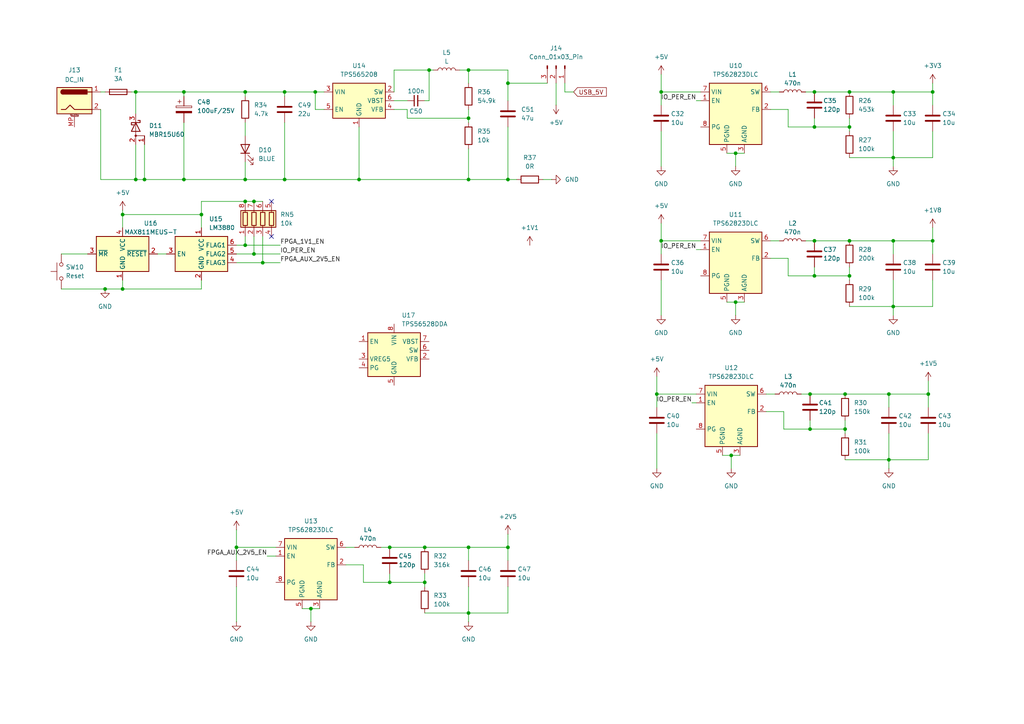
<source format=kicad_sch>
(kicad_sch (version 20231120) (generator "eeschema") (generator_version "8.0")
  (paper "A4")
  (title_block (title "PatchLogic 85 FPGA Board") (date "2025-01-06") (rev "V0.1") (company "ODHIN Unicamp") (comment 1 "Licensed under CERN OHL V2 Permissive") (comment 2 "Designed by: Julio Nunes Avelar"))
  (lib_symbols
    (symbol "Connector:Barrel_Jack_MountingPin" (pin_names hide)
      (property "Reference" "J" (at 0 5.334 0))
      (property "Value" "Barrel_Jack_MountingPin" (at 1.27 -6.35 0))
      (symbol "Barrel_Jack_MountingPin_0_1"
        (rectangle (start -5.08 3.81) (end 5.08 -3.81) (stroke (width 0.254)) (fill (type background)))
        (arc (start -3.302 3.175) (mid -3.9343 2.54) (end -3.302 1.905) (stroke (width 0.254)))
        (arc (start -3.302 3.175) (mid -3.9343 2.54) (end -3.302 1.905) (stroke (width 0.254)) (fill (type outline)))
        (polyline (pts (xy 5.08 2.54) (xy 3.81 2.54)) (stroke (width 0.254)))
        (polyline (pts (xy -3.81 -2.54) (xy -2.54 -2.54) (xy -1.27 -1.27) (xy 0 -2.54) (xy 2.54 -2.54) (xy 5.08 -2.54)) (stroke (width 0.254)))
        (rectangle (start 3.683 3.175) (end -3.302 1.905) (stroke (width 0.254)) (fill (type outline)))
      )
      (symbol "Barrel_Jack_MountingPin_1_1"
        (polyline (pts (xy -1.016 -4.572) (xy 1.016 -4.572)) (stroke (width 0.1524)))
        (text "Mounting" (at 0 -4.191 0) (effects (font (size 0.381 0.381))))
        (pin passive line (at 7.62 2.54 180) (length 2.54) (name "~") (number "1"))
        (pin passive line (at 7.62 -2.54 180) (length 2.54) (name "~") (number "2"))
        (pin passive line (at 0 -7.62 90) (length 3.048) (name "MountPin") (number "MP"))
      )
    )
    (symbol "Connector:Conn_01x03_Pin" (pin_names (offset 1.016) hide)
      (property "Reference" "J" (at 0 5.08 0))
      (property "Value" "Conn_01x03_Pin" (at 0 -5.08 0))
      (symbol "Conn_01x03_Pin_1_1"
        (polyline (pts (xy 1.27 -2.54) (xy 0.8636 -2.54)) (stroke (width 0.1524)))
        (polyline (pts (xy 1.27 0) (xy 0.8636 0)) (stroke (width 0.1524)))
        (polyline (pts (xy 1.27 2.54) (xy 0.8636 2.54)) (stroke (width 0.1524)))
        (rectangle (start 0.8636 -2.413) (end 0 -2.667) (stroke (width 0.1524)) (fill (type outline)))
        (rectangle (start 0.8636 0.127) (end 0 -0.127) (stroke (width 0.1524)) (fill (type outline)))
        (rectangle (start 0.8636 2.667) (end 0 2.413) (stroke (width 0.1524)) (fill (type outline)))
        (pin passive line (at 5.08 2.54 180) (length 3.81) (name "Pin_1") (number "1"))
        (pin passive line (at 5.08 0 180) (length 3.81) (name "Pin_2") (number "2"))
        (pin passive line (at 5.08 -2.54 180) (length 3.81) (name "Pin_3") (number "3"))
      )
    )
    (symbol "Device:C" (pin_numbers hide) (pin_names (offset 0.254))
      (property "Reference" "C" (at 0.635 2.54 0))
      (property "Value" "C" (at 0.635 -2.54 0))
      (symbol "C_0_1"
        (polyline (pts (xy -2.032 -0.762) (xy 2.032 -0.762)) (stroke (width 0.508)))
        (polyline (pts (xy -2.032 0.762) (xy 2.032 0.762)) (stroke (width 0.508)))
      )
      (symbol "C_1_1"
        (pin passive line (at 0 3.81 270) (length 2.794) (name "~") (number "1"))
        (pin passive line (at 0 -3.81 90) (length 2.794) (name "~") (number "2"))
      )
    )
    (symbol "Device:C_Polarized" (pin_numbers hide) (pin_names (offset 0.254))
      (property "Reference" "C" (at 0.635 2.54 0))
      (property "Value" "C_Polarized" (at 0.635 -2.54 0))
      (symbol "C_Polarized_0_1"
        (rectangle (start -2.286 0.508) (end 2.286 1.016))
        (polyline (pts (xy -1.778 2.286) (xy -0.762 2.286)))
        (polyline (pts (xy -1.27 2.794) (xy -1.27 1.778)))
        (rectangle (start 2.286 -0.508) (end -2.286 -1.016) (fill (type outline)))
      )
      (symbol "C_Polarized_1_1"
        (pin passive line (at 0 3.81 270) (length 2.794) (name "~") (number "1"))
        (pin passive line (at 0 -3.81 90) (length 2.794) (name "~") (number "2"))
      )
    )
    (symbol "Device:C_Small" (pin_numbers hide) (pin_names (offset 0.254) hide)
      (property "Reference" "C" (at 0.254 1.778 0))
      (property "Value" "C_Small" (at 0.254 -2.032 0))
      (symbol "C_Small_0_1"
        (polyline (pts (xy -1.524 -0.508) (xy 1.524 -0.508)) (stroke (width 0.3302)))
        (polyline (pts (xy -1.524 0.508) (xy 1.524 0.508)) (stroke (width 0.3048)))
      )
      (symbol "C_Small_1_1"
        (pin passive line (at 0 2.54 270) (length 2.032) (name "~") (number "1"))
        (pin passive line (at 0 -2.54 90) (length 2.032) (name "~") (number "2"))
      )
    )
    (symbol "Device:D_Schottky_AAK" (pin_names (offset 0) hide)
      (property "Reference" "D" (at 0 2.54 0))
      (property "Value" "D_Schottky_AAK" (at 0 -2.54 0))
      (symbol "D_Schottky_AAK_0_1"
        (polyline (pts (xy 1.27 1.27) (xy 1.27 -1.27) (xy -1.27 0) (xy 1.27 1.27)) (stroke (width 0.254)))
        (polyline (pts (xy 3.81 2.54) (xy 2.54 2.54) (xy 2.54 0) (xy -1.27 0)))
        (polyline (pts (xy -1.905 0.635) (xy -1.905 1.27) (xy -1.27 1.27) (xy -1.27 -1.27) (xy -0.635 -1.27) (xy -0.635 -0.635)) (stroke (width 0.254)))
        (circle (center 2.54 0) (radius 0.254) (fill (type outline)))
      )
      (symbol "D_Schottky_AAK_1_1"
        (pin passive line (at 5.08 2.54 180) (length 2.54) (name "A") (number "1"))
        (pin passive line (at 5.08 0 180) (length 2.54) (name "A") (number "2"))
        (pin passive line (at -3.81 0 0) (length 2.54) (name "K") (number "3"))
      )
    )
    (symbol "Device:Fuse" (pin_numbers hide) (pin_names (offset 0))
      (property "Reference" "F" (at 2.032 0 90))
      (property "Value" "Fuse" (at -1.905 0 90))
      (symbol "Fuse_0_1"
        (rectangle (start -0.762 -2.54) (end 0.762 2.54) (stroke (width 0.254)))
        (polyline (pts (xy 0 2.54) (xy 0 -2.54)))
      )
      (symbol "Fuse_1_1"
        (pin passive line (at 0 3.81 270) (length 1.27) (name "~") (number "1"))
        (pin passive line (at 0 -3.81 90) (length 1.27) (name "~") (number "2"))
      )
    )
    (symbol "Device:L" (pin_numbers hide) (pin_names (offset 1.016) hide)
      (property "Reference" "L" (at -1.27 0 90))
      (property "Value" "L" (at 1.905 0 90))
      (symbol "L_0_1"
        (arc (start 0 -2.54) (mid 0.6323 -1.905) (end 0 -1.27))
        (arc (start 0 -1.27) (mid 0.6323 -0.635) (end 0 0))
        (arc (start 0 0) (mid 0.6323 0.635) (end 0 1.27))
        (arc (start 0 1.27) (mid 0.6323 1.905) (end 0 2.54))
      )
      (symbol "L_1_1"
        (pin passive line (at 0 3.81 270) (length 1.27) (name "1") (number "1"))
        (pin passive line (at 0 -3.81 90) (length 1.27) (name "2") (number "2"))
      )
    )
    (symbol "Device:LED" (pin_numbers hide) (pin_names (offset 1.016) hide)
      (property "Reference" "D" (at 0 2.54 0))
      (property "Value" "LED" (at 0 -2.54 0))
      (symbol "LED_0_1"
        (polyline (pts (xy -1.27 -1.27) (xy -1.27 1.27)) (stroke (width 0.254)))
        (polyline (pts (xy -1.27 0) (xy 1.27 0)))
        (polyline (pts (xy 1.27 -1.27) (xy 1.27 1.27) (xy -1.27 0) (xy 1.27 -1.27)) (stroke (width 0.254)))
        (polyline (pts (xy -3.048 -0.762) (xy -4.572 -2.286) (xy -3.81 -2.286) (xy -4.572 -2.286) (xy -4.572 -1.524)))
        (polyline (pts (xy -1.778 -0.762) (xy -3.302 -2.286) (xy -2.54 -2.286) (xy -3.302 -2.286) (xy -3.302 -1.524)))
      )
      (symbol "LED_1_1"
        (pin passive line (at -3.81 0 0) (length 2.54) (name "K") (number "1"))
        (pin passive line (at 3.81 0 180) (length 2.54) (name "A") (number "2"))
      )
    )
    (symbol "Device:R" (pin_numbers hide) (pin_names (offset 0))
      (property "Reference" "R" (at 2.032 0 90))
      (property "Value" "R" (at 0 0 90))
      (symbol "R_0_1"
        (rectangle (start -1.016 -2.54) (end 1.016 2.54) (stroke (width 0.254)))
      )
      (symbol "R_1_1"
        (pin passive line (at 0 3.81 270) (length 1.27) (name "~") (number "1"))
        (pin passive line (at 0 -3.81 90) (length 1.27) (name "~") (number "2"))
      )
    )
    (symbol "Device:R_Pack04" (pin_names (offset 0) hide)
      (property "Reference" "RN" (at -7.62 0 90))
      (property "Value" "R_Pack04" (at 5.08 0 90))
      (symbol "R_Pack04_0_1"
        (rectangle (start -6.35 -2.413) (end 3.81 2.413) (stroke (width 0.254)) (fill (type background)))
        (rectangle (start -5.715 1.905) (end -4.445 -1.905) (stroke (width 0.254)))
        (rectangle (start -3.175 1.905) (end -1.905 -1.905) (stroke (width 0.254)))
        (rectangle (start -0.635 1.905) (end 0.635 -1.905) (stroke (width 0.254)))
        (polyline (pts (xy -5.08 -2.54) (xy -5.08 -1.905)))
        (polyline (pts (xy -5.08 1.905) (xy -5.08 2.54)))
        (polyline (pts (xy -2.54 -2.54) (xy -2.54 -1.905)))
        (polyline (pts (xy -2.54 1.905) (xy -2.54 2.54)))
        (polyline (pts (xy 0 -2.54) (xy 0 -1.905)))
        (polyline (pts (xy 0 1.905) (xy 0 2.54)))
        (polyline (pts (xy 2.54 -2.54) (xy 2.54 -1.905)))
        (polyline (pts (xy 2.54 1.905) (xy 2.54 2.54)))
        (rectangle (start 1.905 1.905) (end 3.175 -1.905) (stroke (width 0.254)))
      )
      (symbol "R_Pack04_1_1"
        (pin passive line (at -5.08 -5.08 90) (length 2.54) (name "R1.1") (number "1"))
        (pin passive line (at -2.54 -5.08 90) (length 2.54) (name "R2.1") (number "2"))
        (pin passive line (at 0 -5.08 90) (length 2.54) (name "R3.1") (number "3"))
        (pin passive line (at 2.54 -5.08 90) (length 2.54) (name "R4.1") (number "4"))
        (pin passive line (at 2.54 5.08 270) (length 2.54) (name "R4.2") (number "5"))
        (pin passive line (at 0 5.08 270) (length 2.54) (name "R3.2") (number "6"))
        (pin passive line (at -2.54 5.08 270) (length 2.54) (name "R2.2") (number "7"))
        (pin passive line (at -5.08 5.08 270) (length 2.54) (name "R1.2") (number "8"))
      )
    )
    (symbol "Power_Supervisor:LM3880"
      (property "Reference" "U" (at 1.27 8.89 0))
      (property "Value" "LM3880" (at 3.81 6.35 0))
      (symbol "LM3880_0_1"
        (rectangle (start -7.62 5.08) (end 7.62 -5.08) (stroke (width 0.254)) (fill (type background)))
      )
      (symbol "LM3880_1_1"
        (pin power_in line (at 0 7.62 270) (length 2.54) (name "VCC") (number "1"))
        (pin power_in line (at 0 -7.62 90) (length 2.54) (name "GND") (number "2"))
        (pin input line (at -10.16 0 0) (length 2.54) (name "EN") (number "3"))
        (pin open_collector line (at 10.16 -2.54 180) (length 2.54) (name "FLAG3") (number "4"))
        (pin open_collector line (at 10.16 0 180) (length 2.54) (name "FLAG2") (number "5"))
        (pin open_collector line (at 10.16 2.54 180) (length 2.54) (name "FLAG1") (number "6"))
      )
    )
    (symbol "Power_Supervisor:MAX811MEUS-T"
      (property "Reference" "U" (at -7.62 6.35 0))
      (property "Value" "MAX811MEUS-T" (at 1.27 6.35 0))
      (symbol "MAX811MEUS-T_0_1"
        (rectangle (start -7.62 5.08) (end 7.62 -5.08) (stroke (width 0.254)) (fill (type background)))
      )
      (symbol "MAX811MEUS-T_1_1"
        (pin power_in line (at 0 -7.62 90) (length 2.54) (name "GND") (number "1"))
        (pin output line (at 10.16 0 180) (length 2.54) (name "~{RESET}") (number "2"))
        (pin input line (at -10.16 0 0) (length 2.54) (name "~{MR}") (number "3"))
        (pin power_in line (at 0 7.62 270) (length 2.54) (name "VCC") (number "4"))
      )
    )
    (symbol "Regulator_Switching:TPS565208"
      (property "Reference" "U" (at -7.62 6.35 0))
      (property "Value" "TPS565208" (at -2.54 6.35 0))
      (symbol "TPS565208_0_1"
        (rectangle (start -7.62 5.08) (end 7.62 -5.08) (stroke (width 0.254)) (fill (type background)))
      )
      (symbol "TPS565208_1_1"
        (pin power_in line (at 0 -7.62 90) (length 2.54) (name "GND") (number "1"))
        (pin output line (at 10.16 2.54 180) (length 2.54) (name "SW") (number "2"))
        (pin power_in line (at -10.16 2.54 0) (length 2.54) (name "VIN") (number "3"))
        (pin input line (at 10.16 -2.54 180) (length 2.54) (name "VFB") (number "4"))
        (pin input line (at -10.16 -2.54 0) (length 2.54) (name "EN") (number "5"))
        (pin passive line (at 10.16 0 180) (length 2.54) (name "VBST") (number "6"))
      )
    )
    (symbol "Regulator_Switching:TPS56528DDA"
      (property "Reference" "U" (at -7.62 6.35 0))
      (property "Value" "TPS56528DDA" (at 2.54 6.35 0))
      (symbol "TPS56528DDA_0_1"
        (rectangle (start -7.62 5.08) (end 7.62 -7.62) (stroke (width 0.254)) (fill (type background)))
      )
      (symbol "TPS56528DDA_1_0"
        (pin output line (at -10.16 -2.54 0) (length 2.54) (name "VREG5") (number "3"))
        (pin open_collector line (at -10.16 -5.08 0) (length 2.54) (name "PG") (number "4"))
        (pin passive line (at 0 -10.16 90) (length 2.54) hide (name "GND") (number "9"))
      )
      (symbol "TPS56528DDA_1_1"
        (pin input line (at -10.16 2.54 0) (length 2.54) (name "EN") (number "1"))
        (pin input line (at 10.16 -2.54 180) (length 2.54) (name "VFB") (number "2"))
        (pin power_in line (at 0 -10.16 90) (length 2.54) (name "GND") (number "5"))
        (pin output line (at 10.16 0 180) (length 2.54) (name "SW") (number "6"))
        (pin passive line (at 10.16 2.54 180) (length 2.54) (name "VBST") (number "7"))
        (pin power_in line (at 0 7.62 270) (length 2.54) (name "VIN") (number "8"))
      )
    )
    (symbol "Regulator_Switching:TPS62823DLC"
      (property "Reference" "U" (at -7.62 11.43 0))
      (property "Value" "TPS62823DLC" (at -1.27 11.43 0))
      (symbol "TPS62823DLC_0_1"
        (rectangle (start -7.62 10.16) (end 7.62 -7.62) (stroke (width 0.254)) (fill (type background)))
      )
      (symbol "TPS62823DLC_1_1"
        (pin input line (at -10.16 5.08 0) (length 2.54) (name "EN") (number "1"))
        (pin input line (at 10.16 2.54 180) (length 2.54) (name "FB") (number "2"))
        (pin power_in line (at 2.54 -10.16 90) (length 2.54) (name "AGND") (number "3"))
        (pin no_connect line (at 7.62 5.08 180) (length 2.54) hide (name "NC") (number "4"))
        (pin power_in line (at -2.54 -10.16 90) (length 2.54) (name "PGND") (number "5"))
        (pin power_out line (at 10.16 7.62 180) (length 2.54) (name "SW") (number "6"))
        (pin power_in line (at -10.16 7.62 0) (length 2.54) (name "VIN") (number "7"))
        (pin open_collector line (at -10.16 -2.54 0) (length 2.54) (name "PG") (number "8"))
      )
    )
    (symbol "Switch:SW_Push" (pin_numbers hide) (pin_names (offset 1.016) hide)
      (property "Reference" "SW" (at 1.27 2.54 0))
      (property "Value" "SW_Push" (at 0 -1.524 0))
      (symbol "SW_Push_0_1"
        (circle (center -2.032 0) (radius 0.508))
        (polyline (pts (xy 0 1.27) (xy 0 3.048)))
        (polyline (pts (xy 2.54 1.27) (xy -2.54 1.27)))
        (circle (center 2.032 0) (radius 0.508))
        (pin passive line (at -5.08 0 0) (length 2.54) (name "1") (number "1"))
        (pin passive line (at 5.08 0 180) (length 2.54) (name "2") (number "2"))
      )
    )
    (symbol "power:+1V1" (power) (pin_numbers hide) (pin_names (offset 0) hide)
      (property "Value" "+1V1" (at 0 3.556 0))
      (symbol "+1V1_0_1"
        (polyline (pts (xy -0.762 1.27) (xy 0 2.54)))
        (polyline (pts (xy 0 0) (xy 0 2.54)))
        (polyline (pts (xy 0 2.54) (xy 0.762 1.27)))
      )
      (symbol "+1V1_1_1"
        (pin power_in line (at 0 0 90) (length 0) (name "~") (number "1"))
      )
    )
    (symbol "power:+1V5" (power) (pin_numbers hide) (pin_names (offset 0) hide)
      (property "Value" "+1V5" (at 0 3.556 0))
      (symbol "+1V5_0_1"
        (polyline (pts (xy -0.762 1.27) (xy 0 2.54)))
        (polyline (pts (xy 0 0) (xy 0 2.54)))
        (polyline (pts (xy 0 2.54) (xy 0.762 1.27)))
      )
      (symbol "+1V5_1_1"
        (pin power_in line (at 0 0 90) (length 0) (name "~") (number "1"))
      )
    )
    (symbol "power:+1V8" (power) (pin_numbers hide) (pin_names (offset 0) hide)
      (property "Value" "+1V8" (at 0 3.556 0))
      (symbol "+1V8_0_1"
        (polyline (pts (xy -0.762 1.27) (xy 0 2.54)))
        (polyline (pts (xy 0 0) (xy 0 2.54)))
        (polyline (pts (xy 0 2.54) (xy 0.762 1.27)))
      )
      (symbol "+1V8_1_1"
        (pin power_in line (at 0 0 90) (length 0) (name "~") (number "1"))
      )
    )
    (symbol "power:+2V5" (power) (pin_numbers hide) (pin_names (offset 0) hide)
      (property "Value" "+2V5" (at 0 3.556 0))
      (symbol "+2V5_0_1"
        (polyline (pts (xy -0.762 1.27) (xy 0 2.54)))
        (polyline (pts (xy 0 0) (xy 0 2.54)))
        (polyline (pts (xy 0 2.54) (xy 0.762 1.27)))
      )
      (symbol "+2V5_1_1"
        (pin power_in line (at 0 0 90) (length 0) (name "~") (number "1"))
      )
    )
    (symbol "power:+3V3" (power) (pin_numbers hide) (pin_names (offset 0) hide)
      (property "Value" "+3V3" (at 0 3.556 0))
      (symbol "+3V3_0_1"
        (polyline (pts (xy -0.762 1.27) (xy 0 2.54)))
        (polyline (pts (xy 0 0) (xy 0 2.54)))
        (polyline (pts (xy 0 2.54) (xy 0.762 1.27)))
      )
      (symbol "+3V3_1_1"
        (pin power_in line (at 0 0 90) (length 0) (name "~") (number "1"))
      )
    )
    (symbol "power:+5V" (power) (pin_numbers hide) (pin_names (offset 0) hide)
      (property "Value" "+5V" (at 0 3.556 0))
      (symbol "+5V_0_1"
        (polyline (pts (xy -0.762 1.27) (xy 0 2.54)))
        (polyline (pts (xy 0 0) (xy 0 2.54)))
        (polyline (pts (xy 0 2.54) (xy 0.762 1.27)))
      )
      (symbol "+5V_1_1"
        (pin power_in line (at 0 0 90) (length 0) (name "~") (number "1"))
      )
    )
    (symbol "power:GND" (power) (pin_numbers hide) (pin_names (offset 0) hide)
      (property "Value" "GND" (at 0 -3.81 0))
      (symbol "GND_0_1"
        (polyline (pts (xy 0 0) (xy 0 -1.27) (xy 1.27 -1.27) (xy 0 -2.54) (xy -1.27 -1.27) (xy 0 -1.27)))
      )
      (symbol "GND_1_1"
        (pin power_in line (at 0 0 270) (length 0) (name "~") (number "1"))
      )
    )
  )
  (junction (at 41.91 52.07))
  (junction (at 104.14 52.07))
  (junction (at 39.37 26.67))
  (junction (at 236.22 80.01))
  (junction (at 270.51 69.85))
  (junction (at 71.12 52.07))
  (junction (at 245.11 114.3))
  (junction (at 91.44 26.67))
  (junction (at 135.89 52.07))
  (junction (at 259.08 88.9))
  (junction (at 124.46 20.32))
  (junction (at 123.19 168.91))
  (junction (at 236.22 36.83))
  (junction (at 191.77 26.67))
  (junction (at 236.22 69.85))
  (junction (at 68.58 158.75))
  (junction (at 213.36 44.45))
  (junction (at 35.56 62.23))
  (junction (at 234.95 114.3))
  (junction (at 257.81 133.35))
  (junction (at 39.37 52.07))
  (junction (at 71.12 58.42))
  (junction (at 191.77 69.85))
  (junction (at 53.34 26.67))
  (junction (at 246.38 69.85))
  (junction (at 71.12 71.12))
  (junction (at 234.95 124.46))
  (junction (at 76.2 76.2))
  (junction (at 135.89 34.29))
  (junction (at 113.03 158.75))
  (junction (at 123.19 158.75))
  (junction (at 259.08 45.72))
  (junction (at 73.66 58.42))
  (junction (at 259.08 69.85))
  (junction (at 53.34 52.07))
  (junction (at 73.66 73.66))
  (junction (at 246.38 36.83))
  (junction (at 71.12 26.67))
  (junction (at 246.38 80.01))
  (junction (at 259.08 26.67))
  (junction (at 257.81 114.3))
  (junction (at 147.32 24.13))
  (junction (at 190.5 114.3))
  (junction (at 82.55 52.07))
  (junction (at 82.55 26.67))
  (junction (at 270.51 26.67))
  (junction (at 135.89 20.32))
  (junction (at 35.56 83.82))
  (junction (at 212.09 132.08))
  (junction (at 236.22 26.67))
  (junction (at 135.89 177.8))
  (junction (at 213.36 87.63))
  (junction (at 245.11 124.46))
  (junction (at 147.32 52.07))
  (junction (at 246.38 26.67))
  (junction (at 135.89 158.75))
  (junction (at 269.24 114.3))
  (junction (at 30.48 83.82))
  (junction (at 58.42 62.23))
  (junction (at 147.32 158.75))
  (junction (at 113.03 168.91))
  (junction (at 90.17 176.53))
  (no_connect (at 78.74 68.58))
  (no_connect (at 78.74 58.42))
  (wire (pts (xy 270.51 88.9) (xy 259.08 88.9)))
  (wire (pts (xy 58.42 83.82) (xy 35.56 83.82)))
  (wire (pts (xy 232.41 114.3) (xy 234.95 114.3)))
  (wire (pts (xy 191.77 38.1) (xy 191.77 48.26)))
  (wire (pts (xy 269.24 125.73) (xy 269.24 133.35)))
  (wire (pts (xy 35.56 81.28) (xy 35.56 83.82)))
  (wire (pts (xy 259.08 81.28) (xy 259.08 88.9)))
  (wire (pts (xy 135.89 34.29) (xy 135.89 35.56)))
  (wire (pts (xy 90.17 176.53) (xy 90.17 180.34)))
  (wire (pts (xy 191.77 73.66) (xy 191.77 69.85)))
  (wire (pts (xy 147.32 52.07) (xy 149.86 52.07)))
  (wire (pts (xy 17.78 73.66) (xy 25.4 73.66)))
  (wire (pts (xy 236.22 69.85) (xy 246.38 69.85)))
  (wire (pts (xy 259.08 26.67) (xy 246.38 26.67)))
  (wire (pts (xy 35.56 83.82) (xy 30.48 83.82)))
  (wire (pts (xy 223.52 31.75) (xy 228.6 31.75)))
  (wire (pts (xy 147.32 36.83) (xy 147.32 52.07)))
  (wire (pts (xy 71.12 71.12) (xy 81.28 71.12)))
  (wire (pts (xy 245.11 124.46) (xy 245.11 125.73)))
  (wire (pts (xy 257.81 118.11) (xy 257.81 114.3)))
  (wire (pts (xy 190.5 114.3) (xy 201.93 114.3)))
  (wire (pts (xy 39.37 52.07) (xy 41.91 52.07)))
  (wire (pts (xy 114.3 31.75) (xy 118.11 31.75)))
  (wire (pts (xy 39.37 26.67) (xy 53.34 26.67)))
  (wire (pts (xy 58.42 66.04) (xy 58.42 62.23)))
  (wire (pts (xy 68.58 170.18) (xy 68.58 180.34)))
  (wire (pts (xy 147.32 20.32) (xy 135.89 20.32)))
  (wire (pts (xy 222.25 119.38) (xy 227.33 119.38)))
  (wire (pts (xy 113.03 158.75) (xy 123.19 158.75)))
  (wire (pts (xy 71.12 46.99) (xy 71.12 52.07)))
  (wire (pts (xy 68.58 162.56) (xy 68.58 158.75)))
  (wire (pts (xy 58.42 81.28) (xy 58.42 83.82)))
  (wire (pts (xy 213.36 44.45) (xy 215.9 44.45)))
  (wire (pts (xy 257.81 125.73) (xy 257.81 133.35)))
  (wire (pts (xy 147.32 154.94) (xy 147.32 158.75)))
  (wire (pts (xy 76.2 68.58) (xy 76.2 76.2)))
  (wire (pts (xy 191.77 30.48) (xy 191.77 26.67)))
  (wire (pts (xy 73.66 68.58) (xy 73.66 73.66)))
  (wire (pts (xy 157.48 52.07) (xy 160.02 52.07)))
  (wire (pts (xy 147.32 158.75) (xy 135.89 158.75)))
  (wire (pts (xy 124.46 20.32) (xy 125.73 20.32)))
  (wire (pts (xy 257.81 114.3) (xy 245.11 114.3)))
  (wire (pts (xy 236.22 36.83) (xy 246.38 36.83)))
  (wire (pts (xy 234.95 124.46) (xy 245.11 124.46)))
  (wire (pts (xy 82.55 26.67) (xy 82.55 27.94)))
  (wire (pts (xy 227.33 124.46) (xy 234.95 124.46)))
  (wire (pts (xy 191.77 64.77) (xy 191.77 69.85)))
  (wire (pts (xy 39.37 41.91) (xy 39.37 52.07)))
  (wire (pts (xy 71.12 35.56) (xy 71.12 39.37)))
  (wire (pts (xy 270.51 73.66) (xy 270.51 69.85)))
  (wire (pts (xy 135.89 177.8) (xy 135.89 180.34)))
  (wire (pts (xy 213.36 44.45) (xy 213.36 48.26)))
  (wire (pts (xy 269.24 114.3) (xy 257.81 114.3)))
  (wire (pts (xy 135.89 158.75) (xy 123.19 158.75)))
  (wire (pts (xy 269.24 110.49) (xy 269.24 114.3)))
  (wire (pts (xy 35.56 62.23) (xy 35.56 66.04)))
  (wire (pts (xy 123.19 29.21) (xy 124.46 29.21)))
  (wire (pts (xy 257.81 133.35) (xy 257.81 135.89)))
  (wire (pts (xy 123.19 166.37) (xy 123.19 168.91)))
  (wire (pts (xy 259.08 69.85) (xy 246.38 69.85)))
  (wire (pts (xy 135.89 170.18) (xy 135.89 177.8)))
  (wire (pts (xy 147.32 52.07) (xy 135.89 52.07)))
  (wire (pts (xy 29.21 26.67) (xy 30.48 26.67)))
  (wire (pts (xy 201.93 72.39) (xy 203.2 72.39)))
  (wire (pts (xy 246.38 80.01) (xy 246.38 81.28)))
  (wire (pts (xy 68.58 76.2) (xy 76.2 76.2)))
  (wire (pts (xy 123.19 168.91) (xy 123.19 170.18)))
  (wire (pts (xy 53.34 26.67) (xy 53.34 27.94)))
  (wire (pts (xy 41.91 41.91) (xy 41.91 52.07)))
  (wire (pts (xy 68.58 158.75) (xy 80.01 158.75)))
  (wire (pts (xy 212.09 132.08) (xy 212.09 135.89)))
  (wire (pts (xy 35.56 62.23) (xy 58.42 62.23)))
  (wire (pts (xy 77.47 161.29) (xy 80.01 161.29)))
  (wire (pts (xy 227.33 119.38) (xy 227.33 124.46)))
  (wire (pts (xy 82.55 35.56) (xy 82.55 52.07)))
  (wire (pts (xy 259.08 88.9) (xy 246.38 88.9)))
  (wire (pts (xy 190.5 118.11) (xy 190.5 114.3)))
  (wire (pts (xy 147.32 20.32) (xy 147.32 24.13)))
  (wire (pts (xy 53.34 52.07) (xy 71.12 52.07)))
  (wire (pts (xy 147.32 162.56) (xy 147.32 158.75)))
  (wire (pts (xy 68.58 71.12) (xy 71.12 71.12)))
  (wire (pts (xy 147.32 24.13) (xy 147.32 29.21)))
  (wire (pts (xy 270.51 66.04) (xy 270.51 69.85)))
  (wire (pts (xy 270.51 38.1) (xy 270.51 45.72)))
  (wire (pts (xy 223.52 69.85) (xy 226.06 69.85)))
  (wire (pts (xy 147.32 170.18) (xy 147.32 177.8)))
  (wire (pts (xy 259.08 30.48) (xy 259.08 26.67)))
  (wire (pts (xy 118.11 31.75) (xy 118.11 34.29)))
  (wire (pts (xy 270.51 81.28) (xy 270.51 88.9)))
  (wire (pts (xy 228.6 36.83) (xy 236.22 36.83)))
  (wire (pts (xy 104.14 52.07) (xy 104.14 36.83)))
  (wire (pts (xy 29.21 52.07) (xy 39.37 52.07)))
  (wire (pts (xy 114.3 29.21) (xy 118.11 29.21)))
  (wire (pts (xy 269.24 118.11) (xy 269.24 114.3)))
  (wire (pts (xy 259.08 45.72) (xy 259.08 48.26)))
  (wire (pts (xy 113.03 168.91) (xy 123.19 168.91)))
  (wire (pts (xy 35.56 60.96) (xy 35.56 62.23)))
  (wire (pts (xy 135.89 162.56) (xy 135.89 158.75)))
  (wire (pts (xy 48.26 73.66) (xy 45.72 73.66)))
  (wire (pts (xy 41.91 52.07) (xy 53.34 52.07)))
  (wire (pts (xy 76.2 76.2) (xy 81.28 76.2)))
  (wire (pts (xy 233.68 26.67) (xy 236.22 26.67)))
  (wire (pts (xy 73.66 58.42) (xy 76.2 58.42)))
  (wire (pts (xy 91.44 26.67) (xy 93.98 26.67)))
  (wire (pts (xy 236.22 26.67) (xy 246.38 26.67)))
  (wire (pts (xy 236.22 80.01) (xy 246.38 80.01)))
  (wire (pts (xy 105.41 168.91) (xy 113.03 168.91)))
  (wire (pts (xy 135.89 52.07) (xy 104.14 52.07)))
  (wire (pts (xy 135.89 31.75) (xy 135.89 34.29)))
  (wire (pts (xy 114.3 20.32) (xy 124.46 20.32)))
  (wire (pts (xy 38.1 26.67) (xy 39.37 26.67)))
  (wire (pts (xy 71.12 26.67) (xy 82.55 26.67)))
  (wire (pts (xy 190.5 109.22) (xy 190.5 114.3)))
  (wire (pts (xy 259.08 45.72) (xy 246.38 45.72)))
  (wire (pts (xy 191.77 26.67) (xy 203.2 26.67)))
  (wire (pts (xy 82.55 26.67) (xy 91.44 26.67)))
  (wire (pts (xy 209.55 132.08) (xy 212.09 132.08)))
  (wire (pts (xy 91.44 31.75) (xy 91.44 26.67)))
  (wire (pts (xy 233.68 69.85) (xy 236.22 69.85)))
  (wire (pts (xy 257.81 133.35) (xy 245.11 133.35)))
  (wire (pts (xy 222.25 114.3) (xy 224.79 114.3)))
  (wire (pts (xy 124.46 29.21) (xy 124.46 20.32)))
  (wire (pts (xy 105.41 163.83) (xy 105.41 168.91)))
  (wire (pts (xy 71.12 26.67) (xy 71.12 27.94)))
  (wire (pts (xy 90.17 176.53) (xy 92.71 176.53)))
  (wire (pts (xy 71.12 58.42) (xy 58.42 58.42)))
  (wire (pts (xy 200.66 116.84) (xy 201.93 116.84)))
  (wire (pts (xy 223.52 74.93) (xy 228.6 74.93)))
  (wire (pts (xy 110.49 158.75) (xy 113.03 158.75)))
  (wire (pts (xy 201.93 29.21) (xy 203.2 29.21)))
  (wire (pts (xy 71.12 68.58) (xy 71.12 71.12)))
  (wire (pts (xy 245.11 121.92) (xy 245.11 124.46)))
  (wire (pts (xy 166.37 26.67) (xy 163.83 26.67)))
  (wire (pts (xy 135.89 20.32) (xy 135.89 24.13)))
  (wire (pts (xy 223.52 26.67) (xy 226.06 26.67)))
  (wire (pts (xy 135.89 20.32) (xy 133.35 20.32)))
  (wire (pts (xy 228.6 31.75) (xy 228.6 36.83)))
  (wire (pts (xy 270.51 69.85) (xy 259.08 69.85)))
  (wire (pts (xy 53.34 35.56) (xy 53.34 52.07)))
  (wire (pts (xy 17.78 83.82) (xy 30.48 83.82)))
  (wire (pts (xy 228.6 74.93) (xy 228.6 80.01)))
  (wire (pts (xy 118.11 34.29) (xy 135.89 34.29)))
  (wire (pts (xy 210.82 87.63) (xy 213.36 87.63)))
  (wire (pts (xy 234.95 114.3) (xy 245.11 114.3)))
  (wire (pts (xy 82.55 52.07) (xy 104.14 52.07)))
  (wire (pts (xy 58.42 58.42) (xy 58.42 62.23)))
  (wire (pts (xy 259.08 38.1) (xy 259.08 45.72)))
  (wire (pts (xy 93.98 31.75) (xy 91.44 31.75)))
  (wire (pts (xy 100.33 158.75) (xy 102.87 158.75)))
  (wire (pts (xy 191.77 69.85) (xy 203.2 69.85)))
  (wire (pts (xy 87.63 176.53) (xy 90.17 176.53)))
  (wire (pts (xy 270.51 30.48) (xy 270.51 26.67)))
  (wire (pts (xy 114.3 26.67) (xy 114.3 20.32)))
  (wire (pts (xy 191.77 21.59) (xy 191.77 26.67)))
  (wire (pts (xy 113.03 166.37) (xy 113.03 168.91)))
  (wire (pts (xy 190.5 125.73) (xy 190.5 135.89)))
  (wire (pts (xy 246.38 36.83) (xy 246.38 38.1)))
  (wire (pts (xy 71.12 52.07) (xy 82.55 52.07)))
  (wire (pts (xy 135.89 43.18) (xy 135.89 52.07)))
  (wire (pts (xy 158.75 24.13) (xy 147.32 24.13)))
  (wire (pts (xy 246.38 77.47) (xy 246.38 80.01)))
  (wire (pts (xy 210.82 44.45) (xy 213.36 44.45)))
  (wire (pts (xy 246.38 34.29) (xy 246.38 36.83)))
  (wire (pts (xy 270.51 24.13) (xy 270.51 26.67)))
  (wire (pts (xy 39.37 26.67) (xy 39.37 33.02)))
  (wire (pts (xy 68.58 73.66) (xy 73.66 73.66)))
  (wire (pts (xy 100.33 163.83) (xy 105.41 163.83)))
  (wire (pts (xy 161.29 24.13) (xy 161.29 30.48)))
  (wire (pts (xy 236.22 34.29) (xy 236.22 36.83)))
  (wire (pts (xy 135.89 177.8) (xy 123.19 177.8)))
  (wire (pts (xy 213.36 87.63) (xy 213.36 91.44)))
  (wire (pts (xy 228.6 80.01) (xy 236.22 80.01)))
  (wire (pts (xy 259.08 73.66) (xy 259.08 69.85)))
  (wire (pts (xy 68.58 153.67) (xy 68.58 158.75)))
  (wire (pts (xy 213.36 87.63) (xy 215.9 87.63)))
  (wire (pts (xy 270.51 26.67) (xy 259.08 26.67)))
  (wire (pts (xy 191.77 81.28) (xy 191.77 91.44)))
  (wire (pts (xy 29.21 31.75) (xy 29.21 52.07)))
  (wire (pts (xy 234.95 121.92) (xy 234.95 124.46)))
  (wire (pts (xy 269.24 133.35) (xy 257.81 133.35)))
  (wire (pts (xy 71.12 58.42) (xy 73.66 58.42)))
  (wire (pts (xy 53.34 26.67) (xy 71.12 26.67)))
  (wire (pts (xy 163.83 26.67) (xy 163.83 24.13)))
  (wire (pts (xy 73.66 73.66) (xy 81.28 73.66)))
  (wire (pts (xy 259.08 88.9) (xy 259.08 91.44)))
  (wire (pts (xy 236.22 77.47) (xy 236.22 80.01)))
  (wire (pts (xy 270.51 45.72) (xy 259.08 45.72)))
  (wire (pts (xy 212.09 132.08) (xy 214.63 132.08)))
  (wire (pts (xy 147.32 177.8) (xy 135.89 177.8)))
  (label "IO_PER_EN" (at 200.66 116.84 180))
  (label "IO_PER_EN" (at 201.93 29.21 180))
  (label "IO_PER_EN" (at 201.93 72.39 180))
  (label "IO_PER_EN" (at 81.28 73.66 0))
  (label "FPGA_AUX_2V5_EN" (at 81.28 76.2 0))
  (label "FPGA_1V1_EN" (at 81.28 71.12 0))
  (label "FPGA_AUX_2V5_EN" (at 77.47 161.29 180))
  (global_label "USB_5V" (shape input) (at 166.37 26.67 0) (property "Intersheetrefs" "${INTERSHEET_REFS}" (effects (hide yes))))
  (symbol (lib_id "power:GND") (at 213.36 48.26 0) (unit 1)
    (property "Reference" "#PWR095" (effects (hide yes)))
    (property "Value" "GND" (at 213.36 53.34 0))
    (property "Description" "Power symbol creates a global label with name \"GND\" , ground" (effects (hide yes)))
  )
  (symbol (lib_id "power:+1V1") (at 153.67 71.12 0) (unit 1)
    (property "Reference" "#PWR090" (effects (hide yes)))
    (property "Value" "+1V1" (at 153.67 66.04 0))
    (property "Description" "Power symbol creates a global label with name \"+1V1\"" (effects (hide yes)))
  )
  (symbol (lib_id "Device:D_Schottky_AAK") (at 39.37 36.83 270) (unit 1)
    (property "Reference" "D11" (at 43.18 36.4489 90) (effects (justify left)))
    (property "Value" "MBR15U60" (at 43.18 38.9889 90) (effects (justify left)))
    (property "Footprint" "Diode_SMD:D_SMB_Modified" (effects (hide yes)))
    (property "Description" "Schottky diode, anode on pins 1 and 2" (effects (hide yes)))
  )
  (symbol (lib_id "power:+3V3") (at 270.51 24.13 0) (unit 1)
    (property "Reference" "#PWR091" (effects (hide yes)))
    (property "Value" "+3V3" (at 270.51 19.05 0))
    (property "Description" "Power symbol creates a global label with name \"+3V3\"" (effects (hide yes)))
  )
  (symbol (lib_id "power:GND") (at 191.77 48.26 0) (unit 1)
    (property "Reference" "#PWR097" (effects (hide yes)))
    (property "Value" "GND" (at 191.77 53.34 0))
    (property "Description" "Power symbol creates a global label with name \"GND\" , ground" (effects (hide yes)))
  )
  (symbol (lib_id "power:GND") (at 212.09 135.89 0) (unit 1)
    (property "Reference" "#PWR0105" (effects (hide yes)))
    (property "Value" "GND" (at 212.09 140.97 0))
    (property "Description" "Power symbol creates a global label with name \"GND\" , ground" (effects (hide yes)))
  )
  (symbol (lib_id "Device:C") (at 82.55 31.75 0) (unit 1)
    (property "Reference" "C49" (at 86.36 30.4799 0) (effects (justify left)))
    (property "Value" "22u" (at 86.36 33.0199 0) (effects (justify left)))
    (property "Description" "Unpolarized capacitor" (effects (hide yes)))
  )
  (symbol (lib_id "Power_Supervisor:MAX811MEUS-T") (at 35.56 73.66 0) (unit 1)
    (property "Reference" "U16" (at 43.688 64.77 0))
    (property "Value" "MAX811MEUS-T" (at 43.688 67.31 0))
    (property "Footprint" "Package_TO_SOT_SMD:SOT-143" (effects (hide yes)))
    (property "Datasheet" "https://datasheets.maximintegrated.com/en/ds/MAX811-MAX812.pdf" (effects (hide yes)))
    (property "Description" "Power supply supervisor, Manual reset, Threshold 4.38V, SOT-143" (effects (hide yes)))
  )
  (symbol (lib_id "Device:C") (at 234.95 118.11 0) (unit 1)
    (property "Reference" "C41" (at 237.49 116.84 0) (effects (justify left)))
    (property "Value" "120p" (at 237.49 119.38 0) (effects (justify left)))
    (property "Description" "Unpolarized capacitor" (effects (hide yes)))
  )
  (symbol (lib_id "Device:R") (at 245.11 129.54 0) (unit 1)
    (property "Reference" "R31" (at 247.65 128.2699 0) (effects (justify left)))
    (property "Value" "100k" (at 247.65 130.8099 0) (effects (justify left)))
    (property "Description" "Resistor" (effects (hide yes)))
  )
  (symbol (lib_id "Device:LED") (at 71.12 43.18 90) (unit 1)
    (property "Reference" "D10" (at 74.93 43.4974 90) (effects (justify right)))
    (property "Value" "BLUE" (at 74.93 46.0374 90) (effects (justify right)))
    (property "Description" "Light emitting diode" (effects (hide yes)))
  )
  (symbol (lib_id "power:+5V") (at 191.77 64.77 0) (unit 1)
    (property "Reference" "#PWR099" (effects (hide yes)))
    (property "Value" "+5V" (at 191.77 59.69 0))
    (property "Description" "Power symbol creates a global label with name \"+5V\"" (effects (hide yes)))
  )
  (symbol (lib_id "Device:C") (at 68.58 166.37 0) (unit 1)
    (property "Reference" "C44" (at 71.374 165.1 0) (effects (justify left)))
    (property "Value" "10u" (at 71.374 167.64 0) (effects (justify left)))
    (property "Description" "Unpolarized capacitor" (effects (hide yes)))
  )
  (symbol (lib_id "Device:R") (at 246.38 30.48 0) (unit 1)
    (property "Reference" "R26" (at 248.92 29.2099 0) (effects (justify left)))
    (property "Value" "453k" (at 248.92 31.7499 0) (effects (justify left)))
    (property "Description" "Resistor" (effects (hide yes)))
  )
  (symbol (lib_id "power:+1V8") (at 270.51 66.04 0) (unit 1)
    (property "Reference" "#PWR092" (effects (hide yes)))
    (property "Value" "+1V8" (at 270.51 60.96 0))
    (property "Description" "Power symbol creates a global label with name \"+1V8\"" (effects (hide yes)))
  )
  (symbol (lib_id "Device:C") (at 269.24 121.92 0) (unit 1)
    (property "Reference" "C43" (at 272.034 120.65 0) (effects (justify left)))
    (property "Value" "10u" (at 272.034 123.19 0) (effects (justify left)))
    (property "Description" "Unpolarized capacitor" (effects (hide yes)))
  )
  (symbol (lib_id "Device:C") (at 270.51 34.29 0) (unit 1)
    (property "Reference" "C34" (at 273.304 33.02 0) (effects (justify left)))
    (property "Value" "10u" (at 273.304 35.56 0) (effects (justify left)))
    (property "Description" "Unpolarized capacitor" (effects (hide yes)))
  )
  (symbol (lib_id "Device:L") (at 229.87 69.85 90) (unit 1)
    (property "Reference" "L2" (at 229.87 64.77 90))
    (property "Value" "470n" (at 229.87 67.31 90))
    (property "Description" "Inductor" (effects (hide yes)))
  )
  (symbol (lib_id "Device:L") (at 229.87 26.67 90) (unit 1)
    (property "Reference" "L1" (at 229.87 21.59 90))
    (property "Value" "470n" (at 229.87 24.13 90))
    (property "Description" "Inductor" (effects (hide yes)))
  )
  (symbol (lib_id "Device:C") (at 135.89 166.37 0) (unit 1)
    (property "Reference" "C46" (at 138.684 165.1 0) (effects (justify left)))
    (property "Value" "10u" (at 138.684 167.64 0) (effects (justify left)))
    (property "Description" "Unpolarized capacitor" (effects (hide yes)))
  )
  (symbol (lib_id "Device:C") (at 191.77 34.29 0) (unit 1)
    (property "Reference" "C32" (at 194.564 33.02 0) (effects (justify left)))
    (property "Value" "10u" (at 194.564 35.56 0) (effects (justify left)))
    (property "Description" "Unpolarized capacitor" (effects (hide yes)))
  )
  (symbol (lib_id "power:+5V") (at 190.5 109.22 0) (unit 1)
    (property "Reference" "#PWR0103" (effects (hide yes)))
    (property "Value" "+5V" (at 190.5 104.14 0))
    (property "Description" "Power symbol creates a global label with name \"+5V\"" (effects (hide yes)))
  )
  (symbol (lib_id "power:+5V") (at 191.77 21.59 0) (unit 1)
    (property "Reference" "#PWR098" (effects (hide yes)))
    (property "Value" "+5V" (at 191.77 16.51 0))
    (property "Description" "Power symbol creates a global label with name \"+5V\"" (effects (hide yes)))
  )
  (symbol (lib_id "Device:R") (at 246.38 85.09 0) (unit 1)
    (property "Reference" "R29" (at 248.92 83.8199 0) (effects (justify left)))
    (property "Value" "100k" (at 248.92 86.3599 0) (effects (justify left)))
    (property "Description" "Resistor" (effects (hide yes)))
  )
  (symbol (lib_id "power:GND") (at 191.77 91.44 0) (unit 1)
    (property "Reference" "#PWR0100" (effects (hide yes)))
    (property "Value" "GND" (at 191.77 96.52 0))
    (property "Description" "Power symbol creates a global label with name \"GND\" , ground" (effects (hide yes)))
  )
  (symbol (lib_id "power:GND") (at 190.5 135.89 0) (unit 1)
    (property "Reference" "#PWR0104" (effects (hide yes)))
    (property "Value" "GND" (at 190.5 140.97 0))
    (property "Description" "Power symbol creates a global label with name \"GND\" , ground" (effects (hide yes)))
  )
  (symbol (lib_id "Device:L") (at 228.6 114.3 90) (unit 1)
    (property "Reference" "L3" (at 228.6 109.22 90))
    (property "Value" "470n" (at 228.6 111.76 90))
    (property "Description" "Inductor" (effects (hide yes)))
  )
  (symbol (lib_id "power:GND") (at 68.58 180.34 0) (unit 1)
    (property "Reference" "#PWR0108" (effects (hide yes)))
    (property "Value" "GND" (at 68.58 185.42 0))
    (property "Description" "Power symbol creates a global label with name \"GND\" , ground" (effects (hide yes)))
  )
  (symbol (lib_id "power:GND") (at 30.48 83.82 0) (unit 1)
    (property "Reference" "#PWR0113" (effects (hide yes)))
    (property "Value" "GND" (at 30.48 88.9 0))
    (property "Description" "Power symbol creates a global label with name \"GND\" , ground" (effects (hide yes)))
  )
  (symbol (lib_id "power:GND") (at 259.08 91.44 0) (unit 1)
    (property "Reference" "#PWR0102" (effects (hide yes)))
    (property "Value" "GND" (at 259.08 96.52 0))
    (property "Description" "Power symbol creates a global label with name \"GND\" , ground" (effects (hide yes)))
  )
  (symbol (lib_id "power:GND") (at 213.36 91.44 0) (unit 1)
    (property "Reference" "#PWR0101" (effects (hide yes)))
    (property "Value" "GND" (at 213.36 96.52 0))
    (property "Description" "Power symbol creates a global label with name \"GND\" , ground" (effects (hide yes)))
  )
  (symbol (lib_id "Device:C") (at 191.77 77.47 0) (unit 1)
    (property "Reference" "C36" (at 194.564 76.2 0) (effects (justify left)))
    (property "Value" "10u" (at 194.564 78.74 0) (effects (justify left)))
    (property "Description" "Unpolarized capacitor" (effects (hide yes)))
  )
  (symbol (lib_id "Power_Supervisor:LM3880") (at 58.42 73.66 0) (unit 1)
    (property "Reference" "U15" (at 60.6141 63.5 0) (effects (justify left)))
    (property "Value" "LM3880" (at 60.6141 66.04 0) (effects (justify left)))
    (property "Footprint" "Package_TO_SOT_SMD:SOT-23-6" (effects (hide yes)))
    (property "Datasheet" "http://www.ti.com/lit/ds/symlink/lm3880.pdf" (effects (hide yes)))
    (property "Description" "Simple Power Sequencer, SOT-23-6" (effects (hide yes)))
  )
  (symbol (lib_id "Regulator_Switching:TPS62823DLC") (at 90.17 166.37 0) (unit 1)
    (property "Reference" "U13" (at 90.17 151.13 0))
    (property "Value" "TPS62823DLC" (at 90.17 153.67 0))
    (property "Footprint" "Package_SON:Texas_VSON-HR-8_1.5x2mm_P0.5mm" (effects (hide yes)))
    (property "Datasheet" "http://www.ti.com/lit/ds/symlink/tps62823.pdf" (effects (hide yes)))
    (property "Description" "3A Step-Down Converter with DCS-Control, adjustable output, 2.4-5.5V input voltage, QFN-8" (effects (hide yes)))
  )
  (symbol (lib_id "Device:C") (at 259.08 34.29 0) (unit 1)
    (property "Reference" "C33" (at 261.874 33.02 0) (effects (justify left)))
    (property "Value" "10u" (at 261.874 35.56 0) (effects (justify left)))
    (property "Description" "Unpolarized capacitor" (effects (hide yes)))
  )
  (symbol (lib_id "power:GND") (at 160.02 52.07 90) (unit 1)
    (property "Reference" "#PWR0112" (effects (hide yes)))
    (property "Value" "GND" (at 163.83 52.0699 90) (effects (justify right)))
    (property "Description" "Power symbol creates a global label with name \"GND\" , ground" (effects (hide yes)))
  )
  (symbol (lib_id "Device:C") (at 113.03 162.56 0) (unit 1)
    (property "Reference" "C45" (at 115.57 161.29 0) (effects (justify left)))
    (property "Value" "120p" (at 115.57 163.83 0) (effects (justify left)))
    (property "Description" "Unpolarized capacitor" (effects (hide yes)))
  )
  (symbol (lib_id "Device:R") (at 71.12 31.75 0) (unit 1)
    (property "Reference" "R34" (at 73.66 30.4799 0) (effects (justify left)))
    (property "Value" "4.7k" (at 73.66 33.0199 0) (effects (justify left)))
    (property "Description" "Resistor" (effects (hide yes)))
  )
  (symbol (lib_id "Device:C") (at 259.08 77.47 0) (unit 1)
    (property "Reference" "C38" (at 261.874 76.2 0) (effects (justify left)))
    (property "Value" "10u" (at 261.874 78.74 0) (effects (justify left)))
    (property "Description" "Unpolarized capacitor" (effects (hide yes)))
  )
  (symbol (lib_id "Device:R_Pack04") (at 76.2 63.5 0) (unit 1)
    (property "Reference" "RN5" (at 81.28 62.2299 0) (effects (justify left)))
    (property "Value" "10k" (at 81.28 64.7699 0) (effects (justify left)))
    (property "Footprint" "Resistor_SMD:R_Array_Convex_4x0402" (effects (hide yes)))
    (property "Description" "4 resistor network, parallel topology" (effects (hide yes)))
  )
  (symbol (lib_id "Device:R") (at 123.19 162.56 0) (unit 1)
    (property "Reference" "R32" (at 125.73 161.2899 0) (effects (justify left)))
    (property "Value" "316k" (at 125.73 163.8299 0) (effects (justify left)))
    (property "Description" "Resistor" (effects (hide yes)))
  )
  (symbol (lib_id "Device:C") (at 236.22 73.66 0) (unit 1)
    (property "Reference" "C37" (at 238.76 72.39 0) (effects (justify left)))
    (property "Value" "120p" (at 238.76 74.93 0) (effects (justify left)))
    (property "Description" "Unpolarized capacitor" (effects (hide yes)))
  )
  (symbol (lib_id "Regulator_Switching:TPS62823DLC") (at 212.09 121.92 0) (unit 1)
    (property "Reference" "U12" (at 212.09 106.68 0))
    (property "Value" "TPS62823DLC" (at 212.09 109.22 0))
    (property "Footprint" "Package_SON:Texas_VSON-HR-8_1.5x2mm_P0.5mm" (effects (hide yes)))
    (property "Datasheet" "http://www.ti.com/lit/ds/symlink/tps62823.pdf" (effects (hide yes)))
    (property "Description" "3A Step-Down Converter with DCS-Control, adjustable output, 2.4-5.5V input voltage, QFN-8" (effects (hide yes)))
  )
  (symbol (lib_id "Device:C") (at 236.22 30.48 0) (unit 1)
    (property "Reference" "C35" (at 238.76 29.21 0) (effects (justify left)))
    (property "Value" "120p" (at 238.76 31.75 0) (effects (justify left)))
    (property "Description" "Unpolarized capacitor" (effects (hide yes)))
  )
  (symbol (lib_id "power:GND") (at 135.89 180.34 0) (unit 1)
    (property "Reference" "#PWR0110" (effects (hide yes)))
    (property "Value" "GND" (at 135.89 185.42 0))
    (property "Description" "Power symbol creates a global label with name \"GND\" , ground" (effects (hide yes)))
  )
  (symbol (lib_id "Regulator_Switching:TPS565208") (at 104.14 29.21 0) (unit 1)
    (property "Reference" "U14" (at 104.14 19.05 0))
    (property "Value" "TPS565208" (at 104.14 21.59 0))
    (property "Footprint" "Package_TO_SOT_SMD:SOT-23-6" (effects (hide yes)))
    (property "Datasheet" "http://www.ti.com/lit/ds/symlink/tps565208.pdf" (effects (hide yes)))
    (property "Description" "5A Synchronous Step-Down Voltage Regulator, Adjustable Output Voltage, 4.5-17V Input Voltage, SOT-23-6" (effects (hide yes)))
  )
  (symbol (lib_id "Device:C") (at 190.5 121.92 0) (unit 1)
    (property "Reference" "C40" (at 193.294 120.65 0) (effects (justify left)))
    (property "Value" "10u" (at 193.294 123.19 0) (effects (justify left)))
    (property "Description" "Unpolarized capacitor" (effects (hide yes)))
  )
  (symbol (lib_id "Regulator_Switching:TPS56528DDA") (at 114.3 101.6 0) (unit 1)
    (property "Reference" "U17" (at 116.4941 91.44 0) (effects (justify left)))
    (property "Value" "TPS56528DDA" (at 116.4941 93.98 0) (effects (justify left)))
    (property "Footprint" "Package_SO:Texas_HSOP-8-1EP_3.9x4.9mm_P1.27mm_ThermalVias" (effects (hide yes)))
    (property "Datasheet" "https://www.ti.com/lit/ds/symlink/tps56528.pdf" (effects (hide yes)))
    (property "Description" "5A Synchronous Step-Down Voltage Regulator, Adjustable Output Voltage 0.6-7V, 4.5-18V Input Voltage, SO-8EP" (effects (hide yes)))
  )
  (symbol (lib_id "Device:Fuse") (at 34.29 26.67 90) (unit 1)
    (property "Reference" "F1" (at 34.29 20.32 90))
    (property "Value" "3A" (at 34.29 22.86 90))
    (property "Footprint" "Fuse:Fuse_1206_3216Metric_Pad1.42x1.75mm_HandSolder" (effects (hide yes)))
    (property "Description" "Fuse" (effects (hide yes)))
  )
  (symbol (lib_id "Device:C") (at 257.81 121.92 0) (unit 1)
    (property "Reference" "C42" (at 260.604 120.65 0) (effects (justify left)))
    (property "Value" "10u" (at 260.604 123.19 0) (effects (justify left)))
    (property "Description" "Unpolarized capacitor" (effects (hide yes)))
  )
  (symbol (lib_id "Switch:SW_Push") (at 17.78 78.74 90) (unit 1)
    (property "Reference" "SW10" (at 19.05 77.4699 90) (effects (justify right)))
    (property "Value" "Reset" (at 19.05 80.0099 90) (effects (justify right)))
    (property "Description" "Push button switch, generic, two pins" (effects (hide yes)))
  )
  (symbol (lib_id "power:GND") (at 90.17 180.34 0) (unit 1)
    (property "Reference" "#PWR0109" (effects (hide yes)))
    (property "Value" "GND" (at 90.17 185.42 0))
    (property "Description" "Power symbol creates a global label with name \"GND\" , ground" (effects (hide yes)))
  )
  (symbol (lib_id "Device:C") (at 147.32 166.37 0) (unit 1)
    (property "Reference" "C47" (at 150.114 165.1 0) (effects (justify left)))
    (property "Value" "10u" (at 150.114 167.64 0) (effects (justify left)))
    (property "Description" "Unpolarized capacitor" (effects (hide yes)))
  )
  (symbol (lib_id "power:GND") (at 259.08 48.26 0) (unit 1)
    (property "Reference" "#PWR096" (effects (hide yes)))
    (property "Value" "GND" (at 259.08 53.34 0))
    (property "Description" "Power symbol creates a global label with name \"GND\" , ground" (effects (hide yes)))
  )
  (symbol (lib_id "Device:R") (at 246.38 41.91 0) (unit 1)
    (property "Reference" "R27" (at 248.92 40.6399 0) (effects (justify left)))
    (property "Value" "100k" (at 248.92 43.1799 0) (effects (justify left)))
    (property "Description" "Resistor" (effects (hide yes)))
  )
  (symbol (lib_id "power:+5V") (at 161.29 30.48 180) (unit 1)
    (property "Reference" "#PWR093" (effects (hide yes)))
    (property "Value" "+5V" (at 161.29 35.56 0))
    (property "Description" "Power symbol creates a global label with name \"+5V\"" (effects (hide yes)))
  )
  (symbol (lib_id "power:+5V") (at 68.58 153.67 0) (unit 1)
    (property "Reference" "#PWR0107" (effects (hide yes)))
    (property "Value" "+5V" (at 68.58 148.59 0))
    (property "Description" "Power symbol creates a global label with name \"+5V\"" (effects (hide yes)))
  )
  (symbol (lib_id "Device:L") (at 106.68 158.75 90) (unit 1)
    (property "Reference" "L4" (at 106.68 153.67 90))
    (property "Value" "470n" (at 106.68 156.21 90))
    (property "Description" "Inductor" (effects (hide yes)))
  )
  (symbol (lib_id "power:+1V5") (at 269.24 110.49 0) (unit 1)
    (property "Reference" "#PWR094" (effects (hide yes)))
    (property "Value" "+1V5" (at 269.24 105.41 0))
    (property "Description" "Power symbol creates a global label with name \"+1V5\"" (effects (hide yes)))
  )
  (symbol (lib_id "Connector:Conn_01x03_Pin") (at 161.29 19.05 270) (unit 1)
    (property "Reference" "J14" (at 161.29 13.97 90))
    (property "Value" "Conn_01x03_Pin" (at 161.29 16.51 90))
    (property "Footprint" "Connector_PinHeader_2.54mm:PinHeader_1x03_P2.54mm_Vertical" (effects (hide yes)))
    (property "Description" "Generic connector, single row, 01x03, script generated" (effects (hide yes)))
  )
  (symbol (lib_id "Device:R") (at 245.11 118.11 0) (unit 1)
    (property "Reference" "R30" (at 247.65 116.8399 0) (effects (justify left)))
    (property "Value" "150k" (at 247.65 119.3799 0) (effects (justify left)))
    (property "Description" "Resistor" (effects (hide yes)))
  )
  (symbol (lib_id "power:+2V5") (at 147.32 154.94 0) (unit 1)
    (property "Reference" "#PWR0111" (effects (hide yes)))
    (property "Value" "+2V5" (at 147.32 149.86 0))
    (property "Description" "Power symbol creates a global label with name \"+2V5\"" (effects (hide yes)))
  )
  (symbol (lib_id "Device:R") (at 246.38 73.66 0) (unit 1)
    (property "Reference" "R28" (at 248.92 72.3899 0) (effects (justify left)))
    (property "Value" "200k" (at 248.92 74.9299 0) (effects (justify left)))
    (property "Description" "Resistor" (effects (hide yes)))
  )
  (symbol (lib_id "Device:C") (at 270.51 77.47 0) (unit 1)
    (property "Reference" "C39" (at 273.304 76.2 0) (effects (justify left)))
    (property "Value" "10u" (at 273.304 78.74 0) (effects (justify left)))
    (property "Description" "Unpolarized capacitor" (effects (hide yes)))
  )
  (symbol (lib_id "Regulator_Switching:TPS62823DLC") (at 213.36 77.47 0) (unit 1)
    (property "Reference" "U11" (at 213.36 62.23 0))
    (property "Value" "TPS62823DLC" (at 213.36 64.77 0))
    (property "Footprint" "Package_SON:Texas_VSON-HR-8_1.5x2mm_P0.5mm" (effects (hide yes)))
    (property "Datasheet" "http://www.ti.com/lit/ds/symlink/tps62823.pdf" (effects (hide yes)))
    (property "Description" "3A Step-Down Converter with DCS-Control, adjustable output, 2.4-5.5V input voltage, QFN-8" (effects (hide yes)))
  )
  (symbol (lib_id "Device:R") (at 123.19 173.99 0) (unit 1)
    (property "Reference" "R33" (at 125.73 172.7199 0) (effects (justify left)))
    (property "Value" "100k" (at 125.73 175.2599 0) (effects (justify left)))
    (property "Description" "Resistor" (effects (hide yes)))
  )
  (symbol (lib_id "Device:C_Small") (at 120.65 29.21 90) (unit 1)
    (property "Reference" "C50" (at 120.65 32.258 90))
    (property "Value" "100n" (at 120.65 26.416 90))
    (property "Description" "Unpolarized capacitor, small symbol" (effects (hide yes)))
  )
  (symbol (lib_id "power:GND") (at 257.81 135.89 0) (unit 1)
    (property "Reference" "#PWR0106" (effects (hide yes)))
    (property "Value" "GND" (at 257.81 140.97 0))
    (property "Description" "Power symbol creates a global label with name \"GND\" , ground" (effects (hide yes)))
  )
  (symbol (lib_id "Device:L") (at 129.54 20.32 90) (unit 1)
    (property "Reference" "L5" (at 129.54 15.24 90))
    (property "Value" "L" (at 129.54 17.78 90))
    (property "Description" "Inductor" (effects (hide yes)))
  )
  (symbol (lib_id "Regulator_Switching:TPS62823DLC") (at 213.36 34.29 0) (unit 1)
    (property "Reference" "U10" (at 213.36 19.05 0))
    (property "Value" "TPS62823DLC" (at 213.36 21.59 0))
    (property "Footprint" "Package_SON:Texas_VSON-HR-8_1.5x2mm_P0.5mm" (effects (hide yes)))
    (property "Datasheet" "http://www.ti.com/lit/ds/symlink/tps62823.pdf" (effects (hide yes)))
    (property "Description" "3A Step-Down Converter with DCS-Control, adjustable output, 2.4-5.5V input voltage, QFN-8" (effects (hide yes)))
  )
  (symbol (lib_id "power:+5V") (at 35.56 60.96 0) (unit 1)
    (property "Reference" "#PWR0114" (effects (hide yes)))
    (property "Value" "+5V" (at 35.56 55.88 0))
    (property "Description" "Power symbol creates a global label with name \"+5V\"" (effects (hide yes)))
  )
  (symbol (lib_id "Device:R") (at 135.89 39.37 0) (unit 1)
    (property "Reference" "R35" (at 138.43 38.0999 0) (effects (justify left)))
    (property "Value" "10k" (at 138.43 40.6399 0) (effects (justify left)))
    (property "Description" "Resistor" (effects (hide yes)))
  )
  (symbol (lib_id "Connector:Barrel_Jack_MountingPin") (at 21.59 29.21 0) (unit 1)
    (property "Reference" "J13" (at 21.59 20.32 0))
    (property "Value" "DC_IN" (at 21.59 23.114 0))
    (property "Footprint" "Connector_BarrelJack:BarrelJack_Horizontal" (effects (hide yes)))
    (property "Description" "DC Barrel Jack with a mounting pin" (effects (hide yes)))
  )
  (symbol (lib_id "Device:C_Polarized") (at 53.34 31.75 0) (unit 1)
    (property "Reference" "C48" (at 57.15 29.5909 0) (effects (justify left)))
    (property "Value" "100uF/25V" (at 57.15 32.1309 0) (effects (justify left)))
    (property "Footprint" "Capacitor_SMD:CP_Elec_4x4.5" (effects (hide yes)))
    (property "Description" "Polarized capacitor" (effects (hide yes)))
  )
  (symbol (lib_id "Device:R") (at 153.67 52.07 90) (unit 1)
    (property "Reference" "R37" (at 153.67 45.72 90))
    (property "Value" "0R" (at 153.67 48.26 90))
    (property "Description" "Resistor" (effects (hide yes)))
  )
  (symbol (lib_id "Device:R") (at 135.89 27.94 0) (unit 1)
    (property "Reference" "R36" (at 138.43 26.6699 0) (effects (justify left)))
    (property "Value" "54.9k" (at 138.43 29.2099 0) (effects (justify left)))
    (property "Description" "Resistor" (effects (hide yes)))
  )
  (symbol (lib_id "Device:C") (at 147.32 33.02 0) (unit 1)
    (property "Reference" "C51" (at 151.13 31.7499 0) (effects (justify left)))
    (property "Value" "47u" (at 151.13 34.2899 0) (effects (justify left)))
    (property "Description" "Unpolarized capacitor" (effects (hide yes)))
  )
)
</source>
